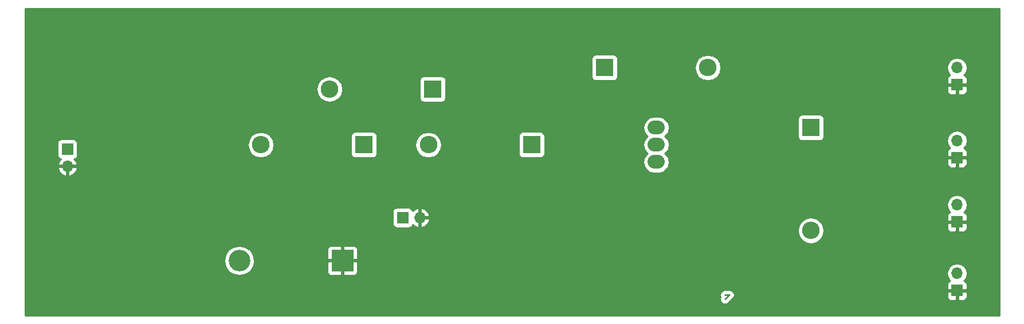
<source format=gbr>
G04 #@! TF.FileFunction,Copper,L2,Bot,Signal*
%FSLAX46Y46*%
G04 Gerber Fmt 4.6, Leading zero omitted, Abs format (unit mm)*
G04 Created by KiCad (PCBNEW 4.0.5) date 02/22/17 18:23:54*
%MOMM*%
%LPD*%
G01*
G04 APERTURE LIST*
%ADD10C,0.127000*%
%ADD11R,1.700000X1.700000*%
%ADD12O,1.700000X1.700000*%
%ADD13R,2.600000X2.600000*%
%ADD14O,2.600000X2.600000*%
%ADD15R,3.200000X3.200000*%
%ADD16O,3.200000X3.200000*%
%ADD17O,2.540000X2.032000*%
%ADD18C,0.600000*%
%ADD19C,0.250000*%
%ADD20C,0.254000*%
G04 APERTURE END LIST*
D10*
D11*
X55880000Y14605000D03*
D12*
X58420000Y14605000D03*
D13*
X60325000Y33655000D03*
D14*
X45085000Y33655000D03*
D13*
X50165000Y25400000D03*
D14*
X34925000Y25400000D03*
D13*
X74930000Y25400000D03*
D14*
X59690000Y25400000D03*
D13*
X85725000Y36830000D03*
D14*
X100965000Y36830000D03*
D13*
X116205000Y27940000D03*
D14*
X116205000Y12700000D03*
D11*
X6350000Y24765000D03*
D12*
X6350000Y22225000D03*
D11*
X137795000Y34290000D03*
D12*
X137795000Y36830000D03*
D11*
X137795000Y23495000D03*
D12*
X137795000Y26035000D03*
D11*
X137795000Y13970000D03*
D12*
X137795000Y16510000D03*
D11*
X137795000Y3810000D03*
D12*
X137795000Y6350000D03*
D15*
X46990000Y8255000D03*
D16*
X31750000Y8255000D03*
D17*
X93345000Y25400000D03*
X93345000Y27940000D03*
X93345000Y22860000D03*
D18*
X12065000Y20955000D03*
X82550000Y11430000D03*
X118110000Y3810000D03*
D19*
X103505000Y3175000D02*
X104140000Y3175000D01*
X104140000Y3175000D02*
X103505000Y2540000D01*
D20*
G36*
X144018000Y127000D02*
X127000Y127000D01*
X127000Y3175000D01*
X102745000Y3175000D01*
X102802852Y2884161D01*
X102820666Y2857500D01*
X102802852Y2830839D01*
X102745000Y2540000D01*
X102802852Y2249161D01*
X102967599Y2002599D01*
X103214161Y1837852D01*
X103505000Y1780000D01*
X103795839Y1837852D01*
X104042401Y2002599D01*
X104677401Y2637599D01*
X104842148Y2884161D01*
X104900000Y3175000D01*
X104842148Y3465840D01*
X104803120Y3524250D01*
X136310000Y3524250D01*
X136310000Y2833690D01*
X136406673Y2600301D01*
X136585302Y2421673D01*
X136818691Y2325000D01*
X137509250Y2325000D01*
X137668000Y2483750D01*
X137668000Y3683000D01*
X137922000Y3683000D01*
X137922000Y2483750D01*
X138080750Y2325000D01*
X138771309Y2325000D01*
X139004698Y2421673D01*
X139183327Y2600301D01*
X139280000Y2833690D01*
X139280000Y3524250D01*
X139121250Y3683000D01*
X137922000Y3683000D01*
X137668000Y3683000D01*
X136468750Y3683000D01*
X136310000Y3524250D01*
X104803120Y3524250D01*
X104677401Y3712401D01*
X104430840Y3877148D01*
X104140000Y3935000D01*
X103505000Y3935000D01*
X103214161Y3877148D01*
X102967599Y3712401D01*
X102802852Y3465839D01*
X102745000Y3175000D01*
X127000Y3175000D01*
X127000Y8255000D01*
X29471214Y8255000D01*
X29641343Y7399703D01*
X30125830Y6674616D01*
X30850917Y6190129D01*
X31706214Y6020000D01*
X31793786Y6020000D01*
X32649083Y6190129D01*
X33374170Y6674616D01*
X33858657Y7399703D01*
X33971946Y7969250D01*
X44755000Y7969250D01*
X44755000Y6528690D01*
X44851673Y6295301D01*
X45030302Y6116673D01*
X45263691Y6020000D01*
X46704250Y6020000D01*
X46863000Y6178750D01*
X46863000Y8128000D01*
X47117000Y8128000D01*
X47117000Y6178750D01*
X47275750Y6020000D01*
X48716309Y6020000D01*
X48949698Y6116673D01*
X49128327Y6295301D01*
X49150984Y6350000D01*
X136280907Y6350000D01*
X136393946Y5781715D01*
X136715853Y5299946D01*
X136759777Y5270597D01*
X136585302Y5198327D01*
X136406673Y5019699D01*
X136310000Y4786310D01*
X136310000Y4095750D01*
X136468750Y3937000D01*
X137668000Y3937000D01*
X137668000Y3957000D01*
X137922000Y3957000D01*
X137922000Y3937000D01*
X139121250Y3937000D01*
X139280000Y4095750D01*
X139280000Y4786310D01*
X139183327Y5019699D01*
X139004698Y5198327D01*
X138830223Y5270597D01*
X138874147Y5299946D01*
X139196054Y5781715D01*
X139309093Y6350000D01*
X139196054Y6918285D01*
X138874147Y7400054D01*
X138392378Y7721961D01*
X137824093Y7835000D01*
X137765907Y7835000D01*
X137197622Y7721961D01*
X136715853Y7400054D01*
X136393946Y6918285D01*
X136280907Y6350000D01*
X49150984Y6350000D01*
X49225000Y6528690D01*
X49225000Y7969250D01*
X49066250Y8128000D01*
X47117000Y8128000D01*
X46863000Y8128000D01*
X44913750Y8128000D01*
X44755000Y7969250D01*
X33971946Y7969250D01*
X34028786Y8255000D01*
X33858657Y9110297D01*
X33374170Y9835384D01*
X33155777Y9981310D01*
X44755000Y9981310D01*
X44755000Y8540750D01*
X44913750Y8382000D01*
X46863000Y8382000D01*
X46863000Y10331250D01*
X47117000Y10331250D01*
X47117000Y8382000D01*
X49066250Y8382000D01*
X49225000Y8540750D01*
X49225000Y9981310D01*
X49128327Y10214699D01*
X48949698Y10393327D01*
X48716309Y10490000D01*
X47275750Y10490000D01*
X47117000Y10331250D01*
X46863000Y10331250D01*
X46704250Y10490000D01*
X45263691Y10490000D01*
X45030302Y10393327D01*
X44851673Y10214699D01*
X44755000Y9981310D01*
X33155777Y9981310D01*
X32649083Y10319871D01*
X31793786Y10490000D01*
X31706214Y10490000D01*
X30850917Y10319871D01*
X30125830Y9835384D01*
X29641343Y9110297D01*
X29471214Y8255000D01*
X127000Y8255000D01*
X127000Y12737909D01*
X114270000Y12737909D01*
X114270000Y12662091D01*
X114417293Y11921599D01*
X114836748Y11293839D01*
X115464508Y10874384D01*
X116205000Y10727091D01*
X116945492Y10874384D01*
X117573252Y11293839D01*
X117992707Y11921599D01*
X118140000Y12662091D01*
X118140000Y12737909D01*
X117992707Y13478401D01*
X117855164Y13684250D01*
X136310000Y13684250D01*
X136310000Y12993690D01*
X136406673Y12760301D01*
X136585302Y12581673D01*
X136818691Y12485000D01*
X137509250Y12485000D01*
X137668000Y12643750D01*
X137668000Y13843000D01*
X137922000Y13843000D01*
X137922000Y12643750D01*
X138080750Y12485000D01*
X138771309Y12485000D01*
X139004698Y12581673D01*
X139183327Y12760301D01*
X139280000Y12993690D01*
X139280000Y13684250D01*
X139121250Y13843000D01*
X137922000Y13843000D01*
X137668000Y13843000D01*
X136468750Y13843000D01*
X136310000Y13684250D01*
X117855164Y13684250D01*
X117573252Y14106161D01*
X116945492Y14525616D01*
X116205000Y14672909D01*
X115464508Y14525616D01*
X114836748Y14106161D01*
X114417293Y13478401D01*
X114270000Y12737909D01*
X127000Y12737909D01*
X127000Y15455000D01*
X54382560Y15455000D01*
X54382560Y13755000D01*
X54426838Y13519683D01*
X54565910Y13303559D01*
X54778110Y13158569D01*
X55030000Y13107560D01*
X56730000Y13107560D01*
X56965317Y13151838D01*
X57181441Y13290910D01*
X57326431Y13503110D01*
X57348301Y13611107D01*
X57653076Y13333355D01*
X58063110Y13163524D01*
X58293000Y13284845D01*
X58293000Y14478000D01*
X58547000Y14478000D01*
X58547000Y13284845D01*
X58776890Y13163524D01*
X59186924Y13333355D01*
X59615183Y13723642D01*
X59861486Y14248108D01*
X59740819Y14478000D01*
X58547000Y14478000D01*
X58293000Y14478000D01*
X58273000Y14478000D01*
X58273000Y14732000D01*
X58293000Y14732000D01*
X58293000Y15925155D01*
X58547000Y15925155D01*
X58547000Y14732000D01*
X59740819Y14732000D01*
X59861486Y14961892D01*
X59615183Y15486358D01*
X59186924Y15876645D01*
X58776890Y16046476D01*
X58547000Y15925155D01*
X58293000Y15925155D01*
X58063110Y16046476D01*
X57653076Y15876645D01*
X57350063Y15600499D01*
X57333162Y15690317D01*
X57194090Y15906441D01*
X56981890Y16051431D01*
X56730000Y16102440D01*
X55030000Y16102440D01*
X54794683Y16058162D01*
X54578559Y15919090D01*
X54433569Y15706890D01*
X54382560Y15455000D01*
X127000Y15455000D01*
X127000Y16510000D01*
X136280907Y16510000D01*
X136393946Y15941715D01*
X136715853Y15459946D01*
X136759777Y15430597D01*
X136585302Y15358327D01*
X136406673Y15179699D01*
X136310000Y14946310D01*
X136310000Y14255750D01*
X136468750Y14097000D01*
X137668000Y14097000D01*
X137668000Y14117000D01*
X137922000Y14117000D01*
X137922000Y14097000D01*
X139121250Y14097000D01*
X139280000Y14255750D01*
X139280000Y14946310D01*
X139183327Y15179699D01*
X139004698Y15358327D01*
X138830223Y15430597D01*
X138874147Y15459946D01*
X139196054Y15941715D01*
X139309093Y16510000D01*
X139196054Y17078285D01*
X138874147Y17560054D01*
X138392378Y17881961D01*
X137824093Y17995000D01*
X137765907Y17995000D01*
X137197622Y17881961D01*
X136715853Y17560054D01*
X136393946Y17078285D01*
X136280907Y16510000D01*
X127000Y16510000D01*
X127000Y21868110D01*
X4908524Y21868110D01*
X5078355Y21458076D01*
X5468642Y21029817D01*
X5993108Y20783514D01*
X6223000Y20904181D01*
X6223000Y22098000D01*
X6477000Y22098000D01*
X6477000Y20904181D01*
X6706892Y20783514D01*
X7231358Y21029817D01*
X7621645Y21458076D01*
X7791476Y21868110D01*
X7670155Y22098000D01*
X6477000Y22098000D01*
X6223000Y22098000D01*
X5029845Y22098000D01*
X4908524Y21868110D01*
X127000Y21868110D01*
X127000Y25615000D01*
X4852560Y25615000D01*
X4852560Y23915000D01*
X4896838Y23679683D01*
X5035910Y23463559D01*
X5248110Y23318569D01*
X5356107Y23296699D01*
X5078355Y22991924D01*
X4908524Y22581890D01*
X5029845Y22352000D01*
X6223000Y22352000D01*
X6223000Y22372000D01*
X6477000Y22372000D01*
X6477000Y22352000D01*
X7670155Y22352000D01*
X7791476Y22581890D01*
X7621645Y22991924D01*
X7345499Y23294937D01*
X7435317Y23311838D01*
X7651441Y23450910D01*
X7796431Y23663110D01*
X7847440Y23915000D01*
X7847440Y25400000D01*
X32952091Y25400000D01*
X33099384Y24659508D01*
X33518839Y24031748D01*
X34146599Y23612293D01*
X34887091Y23465000D01*
X34962909Y23465000D01*
X35703401Y23612293D01*
X36331161Y24031748D01*
X36750616Y24659508D01*
X36897909Y25400000D01*
X36750616Y26140492D01*
X36376766Y26700000D01*
X48217560Y26700000D01*
X48217560Y24100000D01*
X48261838Y23864683D01*
X48400910Y23648559D01*
X48613110Y23503569D01*
X48865000Y23452560D01*
X51465000Y23452560D01*
X51700317Y23496838D01*
X51916441Y23635910D01*
X52061431Y23848110D01*
X52112440Y24100000D01*
X52112440Y25400000D01*
X57717091Y25400000D01*
X57864384Y24659508D01*
X58283839Y24031748D01*
X58911599Y23612293D01*
X59652091Y23465000D01*
X59727909Y23465000D01*
X60468401Y23612293D01*
X61096161Y24031748D01*
X61515616Y24659508D01*
X61662909Y25400000D01*
X61515616Y26140492D01*
X61141766Y26700000D01*
X72982560Y26700000D01*
X72982560Y24100000D01*
X73026838Y23864683D01*
X73165910Y23648559D01*
X73378110Y23503569D01*
X73630000Y23452560D01*
X76230000Y23452560D01*
X76465317Y23496838D01*
X76681441Y23635910D01*
X76826431Y23848110D01*
X76877440Y24100000D01*
X76877440Y26700000D01*
X76833162Y26935317D01*
X76694090Y27151441D01*
X76481890Y27296431D01*
X76230000Y27347440D01*
X73630000Y27347440D01*
X73394683Y27303162D01*
X73178559Y27164090D01*
X73033569Y26951890D01*
X72982560Y26700000D01*
X61141766Y26700000D01*
X61096161Y26768252D01*
X60468401Y27187707D01*
X59727909Y27335000D01*
X59652091Y27335000D01*
X58911599Y27187707D01*
X58283839Y26768252D01*
X57864384Y26140492D01*
X57717091Y25400000D01*
X52112440Y25400000D01*
X52112440Y26700000D01*
X52068162Y26935317D01*
X51929090Y27151441D01*
X51716890Y27296431D01*
X51465000Y27347440D01*
X48865000Y27347440D01*
X48629683Y27303162D01*
X48413559Y27164090D01*
X48268569Y26951890D01*
X48217560Y26700000D01*
X36376766Y26700000D01*
X36331161Y26768252D01*
X35703401Y27187707D01*
X34962909Y27335000D01*
X34887091Y27335000D01*
X34146599Y27187707D01*
X33518839Y26768252D01*
X33099384Y26140492D01*
X32952091Y25400000D01*
X7847440Y25400000D01*
X7847440Y25615000D01*
X7803162Y25850317D01*
X7664090Y26066441D01*
X7451890Y26211431D01*
X7200000Y26262440D01*
X5500000Y26262440D01*
X5264683Y26218162D01*
X5048559Y26079090D01*
X4903569Y25866890D01*
X4852560Y25615000D01*
X127000Y25615000D01*
X127000Y27940000D01*
X91402679Y27940000D01*
X91528354Y27308190D01*
X91886246Y26772567D01*
X92039748Y26670000D01*
X91886246Y26567433D01*
X91528354Y26031810D01*
X91402679Y25400000D01*
X91528354Y24768190D01*
X91886246Y24232567D01*
X92039748Y24130000D01*
X91886246Y24027433D01*
X91528354Y23491810D01*
X91402679Y22860000D01*
X91528354Y22228190D01*
X91886246Y21692567D01*
X92421869Y21334675D01*
X93053679Y21209000D01*
X93636321Y21209000D01*
X94268131Y21334675D01*
X94803754Y21692567D01*
X95161646Y22228190D01*
X95287321Y22860000D01*
X95217851Y23209250D01*
X136310000Y23209250D01*
X136310000Y22518690D01*
X136406673Y22285301D01*
X136585302Y22106673D01*
X136818691Y22010000D01*
X137509250Y22010000D01*
X137668000Y22168750D01*
X137668000Y23368000D01*
X137922000Y23368000D01*
X137922000Y22168750D01*
X138080750Y22010000D01*
X138771309Y22010000D01*
X139004698Y22106673D01*
X139183327Y22285301D01*
X139280000Y22518690D01*
X139280000Y23209250D01*
X139121250Y23368000D01*
X137922000Y23368000D01*
X137668000Y23368000D01*
X136468750Y23368000D01*
X136310000Y23209250D01*
X95217851Y23209250D01*
X95161646Y23491810D01*
X94803754Y24027433D01*
X94650252Y24130000D01*
X94803754Y24232567D01*
X95161646Y24768190D01*
X95287321Y25400000D01*
X95161646Y26031810D01*
X94803754Y26567433D01*
X94650252Y26670000D01*
X94803754Y26772567D01*
X95161646Y27308190D01*
X95287321Y27940000D01*
X95161646Y28571810D01*
X94803754Y29107433D01*
X94605354Y29240000D01*
X114257560Y29240000D01*
X114257560Y26640000D01*
X114301838Y26404683D01*
X114440910Y26188559D01*
X114653110Y26043569D01*
X114905000Y25992560D01*
X117505000Y25992560D01*
X117730548Y26035000D01*
X136280907Y26035000D01*
X136393946Y25466715D01*
X136715853Y24984946D01*
X136759777Y24955597D01*
X136585302Y24883327D01*
X136406673Y24704699D01*
X136310000Y24471310D01*
X136310000Y23780750D01*
X136468750Y23622000D01*
X137668000Y23622000D01*
X137668000Y23642000D01*
X137922000Y23642000D01*
X137922000Y23622000D01*
X139121250Y23622000D01*
X139280000Y23780750D01*
X139280000Y24471310D01*
X139183327Y24704699D01*
X139004698Y24883327D01*
X138830223Y24955597D01*
X138874147Y24984946D01*
X139196054Y25466715D01*
X139309093Y26035000D01*
X139196054Y26603285D01*
X138874147Y27085054D01*
X138392378Y27406961D01*
X137824093Y27520000D01*
X137765907Y27520000D01*
X137197622Y27406961D01*
X136715853Y27085054D01*
X136393946Y26603285D01*
X136280907Y26035000D01*
X117730548Y26035000D01*
X117740317Y26036838D01*
X117956441Y26175910D01*
X118101431Y26388110D01*
X118152440Y26640000D01*
X118152440Y29240000D01*
X118108162Y29475317D01*
X117969090Y29691441D01*
X117756890Y29836431D01*
X117505000Y29887440D01*
X114905000Y29887440D01*
X114669683Y29843162D01*
X114453559Y29704090D01*
X114308569Y29491890D01*
X114257560Y29240000D01*
X94605354Y29240000D01*
X94268131Y29465325D01*
X93636321Y29591000D01*
X93053679Y29591000D01*
X92421869Y29465325D01*
X91886246Y29107433D01*
X91528354Y28571810D01*
X91402679Y27940000D01*
X127000Y27940000D01*
X127000Y33655000D01*
X43112091Y33655000D01*
X43259384Y32914508D01*
X43678839Y32286748D01*
X44306599Y31867293D01*
X45047091Y31720000D01*
X45122909Y31720000D01*
X45863401Y31867293D01*
X46491161Y32286748D01*
X46910616Y32914508D01*
X47057909Y33655000D01*
X46910616Y34395492D01*
X46536766Y34955000D01*
X58377560Y34955000D01*
X58377560Y32355000D01*
X58421838Y32119683D01*
X58560910Y31903559D01*
X58773110Y31758569D01*
X59025000Y31707560D01*
X61625000Y31707560D01*
X61860317Y31751838D01*
X62076441Y31890910D01*
X62221431Y32103110D01*
X62272440Y32355000D01*
X62272440Y34004250D01*
X136310000Y34004250D01*
X136310000Y33313690D01*
X136406673Y33080301D01*
X136585302Y32901673D01*
X136818691Y32805000D01*
X137509250Y32805000D01*
X137668000Y32963750D01*
X137668000Y34163000D01*
X137922000Y34163000D01*
X137922000Y32963750D01*
X138080750Y32805000D01*
X138771309Y32805000D01*
X139004698Y32901673D01*
X139183327Y33080301D01*
X139280000Y33313690D01*
X139280000Y34004250D01*
X139121250Y34163000D01*
X137922000Y34163000D01*
X137668000Y34163000D01*
X136468750Y34163000D01*
X136310000Y34004250D01*
X62272440Y34004250D01*
X62272440Y34955000D01*
X62228162Y35190317D01*
X62089090Y35406441D01*
X61876890Y35551431D01*
X61625000Y35602440D01*
X59025000Y35602440D01*
X58789683Y35558162D01*
X58573559Y35419090D01*
X58428569Y35206890D01*
X58377560Y34955000D01*
X46536766Y34955000D01*
X46491161Y35023252D01*
X45863401Y35442707D01*
X45122909Y35590000D01*
X45047091Y35590000D01*
X44306599Y35442707D01*
X43678839Y35023252D01*
X43259384Y34395492D01*
X43112091Y33655000D01*
X127000Y33655000D01*
X127000Y38130000D01*
X83777560Y38130000D01*
X83777560Y35530000D01*
X83821838Y35294683D01*
X83960910Y35078559D01*
X84173110Y34933569D01*
X84425000Y34882560D01*
X87025000Y34882560D01*
X87260317Y34926838D01*
X87476441Y35065910D01*
X87621431Y35278110D01*
X87672440Y35530000D01*
X87672440Y36830000D01*
X98992091Y36830000D01*
X99139384Y36089508D01*
X99558839Y35461748D01*
X100186599Y35042293D01*
X100927091Y34895000D01*
X101002909Y34895000D01*
X101743401Y35042293D01*
X102371161Y35461748D01*
X102790616Y36089508D01*
X102937909Y36830000D01*
X136280907Y36830000D01*
X136393946Y36261715D01*
X136715853Y35779946D01*
X136759777Y35750597D01*
X136585302Y35678327D01*
X136406673Y35499699D01*
X136310000Y35266310D01*
X136310000Y34575750D01*
X136468750Y34417000D01*
X137668000Y34417000D01*
X137668000Y34437000D01*
X137922000Y34437000D01*
X137922000Y34417000D01*
X139121250Y34417000D01*
X139280000Y34575750D01*
X139280000Y35266310D01*
X139183327Y35499699D01*
X139004698Y35678327D01*
X138830223Y35750597D01*
X138874147Y35779946D01*
X139196054Y36261715D01*
X139309093Y36830000D01*
X139196054Y37398285D01*
X138874147Y37880054D01*
X138392378Y38201961D01*
X137824093Y38315000D01*
X137765907Y38315000D01*
X137197622Y38201961D01*
X136715853Y37880054D01*
X136393946Y37398285D01*
X136280907Y36830000D01*
X102937909Y36830000D01*
X102790616Y37570492D01*
X102371161Y38198252D01*
X101743401Y38617707D01*
X101002909Y38765000D01*
X100927091Y38765000D01*
X100186599Y38617707D01*
X99558839Y38198252D01*
X99139384Y37570492D01*
X98992091Y36830000D01*
X87672440Y36830000D01*
X87672440Y38130000D01*
X87628162Y38365317D01*
X87489090Y38581441D01*
X87276890Y38726431D01*
X87025000Y38777440D01*
X84425000Y38777440D01*
X84189683Y38733162D01*
X83973559Y38594090D01*
X83828569Y38381890D01*
X83777560Y38130000D01*
X127000Y38130000D01*
X127000Y45593000D01*
X144018000Y45593000D01*
X144018000Y127000D01*
X144018000Y127000D01*
G37*
X144018000Y127000D02*
X127000Y127000D01*
X127000Y3175000D01*
X102745000Y3175000D01*
X102802852Y2884161D01*
X102820666Y2857500D01*
X102802852Y2830839D01*
X102745000Y2540000D01*
X102802852Y2249161D01*
X102967599Y2002599D01*
X103214161Y1837852D01*
X103505000Y1780000D01*
X103795839Y1837852D01*
X104042401Y2002599D01*
X104677401Y2637599D01*
X104842148Y2884161D01*
X104900000Y3175000D01*
X104842148Y3465840D01*
X104803120Y3524250D01*
X136310000Y3524250D01*
X136310000Y2833690D01*
X136406673Y2600301D01*
X136585302Y2421673D01*
X136818691Y2325000D01*
X137509250Y2325000D01*
X137668000Y2483750D01*
X137668000Y3683000D01*
X137922000Y3683000D01*
X137922000Y2483750D01*
X138080750Y2325000D01*
X138771309Y2325000D01*
X139004698Y2421673D01*
X139183327Y2600301D01*
X139280000Y2833690D01*
X139280000Y3524250D01*
X139121250Y3683000D01*
X137922000Y3683000D01*
X137668000Y3683000D01*
X136468750Y3683000D01*
X136310000Y3524250D01*
X104803120Y3524250D01*
X104677401Y3712401D01*
X104430840Y3877148D01*
X104140000Y3935000D01*
X103505000Y3935000D01*
X103214161Y3877148D01*
X102967599Y3712401D01*
X102802852Y3465839D01*
X102745000Y3175000D01*
X127000Y3175000D01*
X127000Y8255000D01*
X29471214Y8255000D01*
X29641343Y7399703D01*
X30125830Y6674616D01*
X30850917Y6190129D01*
X31706214Y6020000D01*
X31793786Y6020000D01*
X32649083Y6190129D01*
X33374170Y6674616D01*
X33858657Y7399703D01*
X33971946Y7969250D01*
X44755000Y7969250D01*
X44755000Y6528690D01*
X44851673Y6295301D01*
X45030302Y6116673D01*
X45263691Y6020000D01*
X46704250Y6020000D01*
X46863000Y6178750D01*
X46863000Y8128000D01*
X47117000Y8128000D01*
X47117000Y6178750D01*
X47275750Y6020000D01*
X48716309Y6020000D01*
X48949698Y6116673D01*
X49128327Y6295301D01*
X49150984Y6350000D01*
X136280907Y6350000D01*
X136393946Y5781715D01*
X136715853Y5299946D01*
X136759777Y5270597D01*
X136585302Y5198327D01*
X136406673Y5019699D01*
X136310000Y4786310D01*
X136310000Y4095750D01*
X136468750Y3937000D01*
X137668000Y3937000D01*
X137668000Y3957000D01*
X137922000Y3957000D01*
X137922000Y3937000D01*
X139121250Y3937000D01*
X139280000Y4095750D01*
X139280000Y4786310D01*
X139183327Y5019699D01*
X139004698Y5198327D01*
X138830223Y5270597D01*
X138874147Y5299946D01*
X139196054Y5781715D01*
X139309093Y6350000D01*
X139196054Y6918285D01*
X138874147Y7400054D01*
X138392378Y7721961D01*
X137824093Y7835000D01*
X137765907Y7835000D01*
X137197622Y7721961D01*
X136715853Y7400054D01*
X136393946Y6918285D01*
X136280907Y6350000D01*
X49150984Y6350000D01*
X49225000Y6528690D01*
X49225000Y7969250D01*
X49066250Y8128000D01*
X47117000Y8128000D01*
X46863000Y8128000D01*
X44913750Y8128000D01*
X44755000Y7969250D01*
X33971946Y7969250D01*
X34028786Y8255000D01*
X33858657Y9110297D01*
X33374170Y9835384D01*
X33155777Y9981310D01*
X44755000Y9981310D01*
X44755000Y8540750D01*
X44913750Y8382000D01*
X46863000Y8382000D01*
X46863000Y10331250D01*
X47117000Y10331250D01*
X47117000Y8382000D01*
X49066250Y8382000D01*
X49225000Y8540750D01*
X49225000Y9981310D01*
X49128327Y10214699D01*
X48949698Y10393327D01*
X48716309Y10490000D01*
X47275750Y10490000D01*
X47117000Y10331250D01*
X46863000Y10331250D01*
X46704250Y10490000D01*
X45263691Y10490000D01*
X45030302Y10393327D01*
X44851673Y10214699D01*
X44755000Y9981310D01*
X33155777Y9981310D01*
X32649083Y10319871D01*
X31793786Y10490000D01*
X31706214Y10490000D01*
X30850917Y10319871D01*
X30125830Y9835384D01*
X29641343Y9110297D01*
X29471214Y8255000D01*
X127000Y8255000D01*
X127000Y12737909D01*
X114270000Y12737909D01*
X114270000Y12662091D01*
X114417293Y11921599D01*
X114836748Y11293839D01*
X115464508Y10874384D01*
X116205000Y10727091D01*
X116945492Y10874384D01*
X117573252Y11293839D01*
X117992707Y11921599D01*
X118140000Y12662091D01*
X118140000Y12737909D01*
X117992707Y13478401D01*
X117855164Y13684250D01*
X136310000Y13684250D01*
X136310000Y12993690D01*
X136406673Y12760301D01*
X136585302Y12581673D01*
X136818691Y12485000D01*
X137509250Y12485000D01*
X137668000Y12643750D01*
X137668000Y13843000D01*
X137922000Y13843000D01*
X137922000Y12643750D01*
X138080750Y12485000D01*
X138771309Y12485000D01*
X139004698Y12581673D01*
X139183327Y12760301D01*
X139280000Y12993690D01*
X139280000Y13684250D01*
X139121250Y13843000D01*
X137922000Y13843000D01*
X137668000Y13843000D01*
X136468750Y13843000D01*
X136310000Y13684250D01*
X117855164Y13684250D01*
X117573252Y14106161D01*
X116945492Y14525616D01*
X116205000Y14672909D01*
X115464508Y14525616D01*
X114836748Y14106161D01*
X114417293Y13478401D01*
X114270000Y12737909D01*
X127000Y12737909D01*
X127000Y15455000D01*
X54382560Y15455000D01*
X54382560Y13755000D01*
X54426838Y13519683D01*
X54565910Y13303559D01*
X54778110Y13158569D01*
X55030000Y13107560D01*
X56730000Y13107560D01*
X56965317Y13151838D01*
X57181441Y13290910D01*
X57326431Y13503110D01*
X57348301Y13611107D01*
X57653076Y13333355D01*
X58063110Y13163524D01*
X58293000Y13284845D01*
X58293000Y14478000D01*
X58547000Y14478000D01*
X58547000Y13284845D01*
X58776890Y13163524D01*
X59186924Y13333355D01*
X59615183Y13723642D01*
X59861486Y14248108D01*
X59740819Y14478000D01*
X58547000Y14478000D01*
X58293000Y14478000D01*
X58273000Y14478000D01*
X58273000Y14732000D01*
X58293000Y14732000D01*
X58293000Y15925155D01*
X58547000Y15925155D01*
X58547000Y14732000D01*
X59740819Y14732000D01*
X59861486Y14961892D01*
X59615183Y15486358D01*
X59186924Y15876645D01*
X58776890Y16046476D01*
X58547000Y15925155D01*
X58293000Y15925155D01*
X58063110Y16046476D01*
X57653076Y15876645D01*
X57350063Y15600499D01*
X57333162Y15690317D01*
X57194090Y15906441D01*
X56981890Y16051431D01*
X56730000Y16102440D01*
X55030000Y16102440D01*
X54794683Y16058162D01*
X54578559Y15919090D01*
X54433569Y15706890D01*
X54382560Y15455000D01*
X127000Y15455000D01*
X127000Y16510000D01*
X136280907Y16510000D01*
X136393946Y15941715D01*
X136715853Y15459946D01*
X136759777Y15430597D01*
X136585302Y15358327D01*
X136406673Y15179699D01*
X136310000Y14946310D01*
X136310000Y14255750D01*
X136468750Y14097000D01*
X137668000Y14097000D01*
X137668000Y14117000D01*
X137922000Y14117000D01*
X137922000Y14097000D01*
X139121250Y14097000D01*
X139280000Y14255750D01*
X139280000Y14946310D01*
X139183327Y15179699D01*
X139004698Y15358327D01*
X138830223Y15430597D01*
X138874147Y15459946D01*
X139196054Y15941715D01*
X139309093Y16510000D01*
X139196054Y17078285D01*
X138874147Y17560054D01*
X138392378Y17881961D01*
X137824093Y17995000D01*
X137765907Y17995000D01*
X137197622Y17881961D01*
X136715853Y17560054D01*
X136393946Y17078285D01*
X136280907Y16510000D01*
X127000Y16510000D01*
X127000Y21868110D01*
X4908524Y21868110D01*
X5078355Y21458076D01*
X5468642Y21029817D01*
X5993108Y20783514D01*
X6223000Y20904181D01*
X6223000Y22098000D01*
X6477000Y22098000D01*
X6477000Y20904181D01*
X6706892Y20783514D01*
X7231358Y21029817D01*
X7621645Y21458076D01*
X7791476Y21868110D01*
X7670155Y22098000D01*
X6477000Y22098000D01*
X6223000Y22098000D01*
X5029845Y22098000D01*
X4908524Y21868110D01*
X127000Y21868110D01*
X127000Y25615000D01*
X4852560Y25615000D01*
X4852560Y23915000D01*
X4896838Y23679683D01*
X5035910Y23463559D01*
X5248110Y23318569D01*
X5356107Y23296699D01*
X5078355Y22991924D01*
X4908524Y22581890D01*
X5029845Y22352000D01*
X6223000Y22352000D01*
X6223000Y22372000D01*
X6477000Y22372000D01*
X6477000Y22352000D01*
X7670155Y22352000D01*
X7791476Y22581890D01*
X7621645Y22991924D01*
X7345499Y23294937D01*
X7435317Y23311838D01*
X7651441Y23450910D01*
X7796431Y23663110D01*
X7847440Y23915000D01*
X7847440Y25400000D01*
X32952091Y25400000D01*
X33099384Y24659508D01*
X33518839Y24031748D01*
X34146599Y23612293D01*
X34887091Y23465000D01*
X34962909Y23465000D01*
X35703401Y23612293D01*
X36331161Y24031748D01*
X36750616Y24659508D01*
X36897909Y25400000D01*
X36750616Y26140492D01*
X36376766Y26700000D01*
X48217560Y26700000D01*
X48217560Y24100000D01*
X48261838Y23864683D01*
X48400910Y23648559D01*
X48613110Y23503569D01*
X48865000Y23452560D01*
X51465000Y23452560D01*
X51700317Y23496838D01*
X51916441Y23635910D01*
X52061431Y23848110D01*
X52112440Y24100000D01*
X52112440Y25400000D01*
X57717091Y25400000D01*
X57864384Y24659508D01*
X58283839Y24031748D01*
X58911599Y23612293D01*
X59652091Y23465000D01*
X59727909Y23465000D01*
X60468401Y23612293D01*
X61096161Y24031748D01*
X61515616Y24659508D01*
X61662909Y25400000D01*
X61515616Y26140492D01*
X61141766Y26700000D01*
X72982560Y26700000D01*
X72982560Y24100000D01*
X73026838Y23864683D01*
X73165910Y23648559D01*
X73378110Y23503569D01*
X73630000Y23452560D01*
X76230000Y23452560D01*
X76465317Y23496838D01*
X76681441Y23635910D01*
X76826431Y23848110D01*
X76877440Y24100000D01*
X76877440Y26700000D01*
X76833162Y26935317D01*
X76694090Y27151441D01*
X76481890Y27296431D01*
X76230000Y27347440D01*
X73630000Y27347440D01*
X73394683Y27303162D01*
X73178559Y27164090D01*
X73033569Y26951890D01*
X72982560Y26700000D01*
X61141766Y26700000D01*
X61096161Y26768252D01*
X60468401Y27187707D01*
X59727909Y27335000D01*
X59652091Y27335000D01*
X58911599Y27187707D01*
X58283839Y26768252D01*
X57864384Y26140492D01*
X57717091Y25400000D01*
X52112440Y25400000D01*
X52112440Y26700000D01*
X52068162Y26935317D01*
X51929090Y27151441D01*
X51716890Y27296431D01*
X51465000Y27347440D01*
X48865000Y27347440D01*
X48629683Y27303162D01*
X48413559Y27164090D01*
X48268569Y26951890D01*
X48217560Y26700000D01*
X36376766Y26700000D01*
X36331161Y26768252D01*
X35703401Y27187707D01*
X34962909Y27335000D01*
X34887091Y27335000D01*
X34146599Y27187707D01*
X33518839Y26768252D01*
X33099384Y26140492D01*
X32952091Y25400000D01*
X7847440Y25400000D01*
X7847440Y25615000D01*
X7803162Y25850317D01*
X7664090Y26066441D01*
X7451890Y26211431D01*
X7200000Y26262440D01*
X5500000Y26262440D01*
X5264683Y26218162D01*
X5048559Y26079090D01*
X4903569Y25866890D01*
X4852560Y25615000D01*
X127000Y25615000D01*
X127000Y27940000D01*
X91402679Y27940000D01*
X91528354Y27308190D01*
X91886246Y26772567D01*
X92039748Y26670000D01*
X91886246Y26567433D01*
X91528354Y26031810D01*
X91402679Y25400000D01*
X91528354Y24768190D01*
X91886246Y24232567D01*
X92039748Y24130000D01*
X91886246Y24027433D01*
X91528354Y23491810D01*
X91402679Y22860000D01*
X91528354Y22228190D01*
X91886246Y21692567D01*
X92421869Y21334675D01*
X93053679Y21209000D01*
X93636321Y21209000D01*
X94268131Y21334675D01*
X94803754Y21692567D01*
X95161646Y22228190D01*
X95287321Y22860000D01*
X95217851Y23209250D01*
X136310000Y23209250D01*
X136310000Y22518690D01*
X136406673Y22285301D01*
X136585302Y22106673D01*
X136818691Y22010000D01*
X137509250Y22010000D01*
X137668000Y22168750D01*
X137668000Y23368000D01*
X137922000Y23368000D01*
X137922000Y22168750D01*
X138080750Y22010000D01*
X138771309Y22010000D01*
X139004698Y22106673D01*
X139183327Y22285301D01*
X139280000Y22518690D01*
X139280000Y23209250D01*
X139121250Y23368000D01*
X137922000Y23368000D01*
X137668000Y23368000D01*
X136468750Y23368000D01*
X136310000Y23209250D01*
X95217851Y23209250D01*
X95161646Y23491810D01*
X94803754Y24027433D01*
X94650252Y24130000D01*
X94803754Y24232567D01*
X95161646Y24768190D01*
X95287321Y25400000D01*
X95161646Y26031810D01*
X94803754Y26567433D01*
X94650252Y26670000D01*
X94803754Y26772567D01*
X95161646Y27308190D01*
X95287321Y27940000D01*
X95161646Y28571810D01*
X94803754Y29107433D01*
X94605354Y29240000D01*
X114257560Y29240000D01*
X114257560Y26640000D01*
X114301838Y26404683D01*
X114440910Y26188559D01*
X114653110Y26043569D01*
X114905000Y25992560D01*
X117505000Y25992560D01*
X117730548Y26035000D01*
X136280907Y26035000D01*
X136393946Y25466715D01*
X136715853Y24984946D01*
X136759777Y24955597D01*
X136585302Y24883327D01*
X136406673Y24704699D01*
X136310000Y24471310D01*
X136310000Y23780750D01*
X136468750Y23622000D01*
X137668000Y23622000D01*
X137668000Y23642000D01*
X137922000Y23642000D01*
X137922000Y23622000D01*
X139121250Y23622000D01*
X139280000Y23780750D01*
X139280000Y24471310D01*
X139183327Y24704699D01*
X139004698Y24883327D01*
X138830223Y24955597D01*
X138874147Y24984946D01*
X139196054Y25466715D01*
X139309093Y26035000D01*
X139196054Y26603285D01*
X138874147Y27085054D01*
X138392378Y27406961D01*
X137824093Y27520000D01*
X137765907Y27520000D01*
X137197622Y27406961D01*
X136715853Y27085054D01*
X136393946Y26603285D01*
X136280907Y26035000D01*
X117730548Y26035000D01*
X117740317Y26036838D01*
X117956441Y26175910D01*
X118101431Y26388110D01*
X118152440Y26640000D01*
X118152440Y29240000D01*
X118108162Y29475317D01*
X117969090Y29691441D01*
X117756890Y29836431D01*
X117505000Y29887440D01*
X114905000Y29887440D01*
X114669683Y29843162D01*
X114453559Y29704090D01*
X114308569Y29491890D01*
X114257560Y29240000D01*
X94605354Y29240000D01*
X94268131Y29465325D01*
X93636321Y29591000D01*
X93053679Y29591000D01*
X92421869Y29465325D01*
X91886246Y29107433D01*
X91528354Y28571810D01*
X91402679Y27940000D01*
X127000Y27940000D01*
X127000Y33655000D01*
X43112091Y33655000D01*
X43259384Y32914508D01*
X43678839Y32286748D01*
X44306599Y31867293D01*
X45047091Y31720000D01*
X45122909Y31720000D01*
X45863401Y31867293D01*
X46491161Y32286748D01*
X46910616Y32914508D01*
X47057909Y33655000D01*
X46910616Y34395492D01*
X46536766Y34955000D01*
X58377560Y34955000D01*
X58377560Y32355000D01*
X58421838Y32119683D01*
X58560910Y31903559D01*
X58773110Y31758569D01*
X59025000Y31707560D01*
X61625000Y31707560D01*
X61860317Y31751838D01*
X62076441Y31890910D01*
X62221431Y32103110D01*
X62272440Y32355000D01*
X62272440Y34004250D01*
X136310000Y34004250D01*
X136310000Y33313690D01*
X136406673Y33080301D01*
X136585302Y32901673D01*
X136818691Y32805000D01*
X137509250Y32805000D01*
X137668000Y32963750D01*
X137668000Y34163000D01*
X137922000Y34163000D01*
X137922000Y32963750D01*
X138080750Y32805000D01*
X138771309Y32805000D01*
X139004698Y32901673D01*
X139183327Y33080301D01*
X139280000Y33313690D01*
X139280000Y34004250D01*
X139121250Y34163000D01*
X137922000Y34163000D01*
X137668000Y34163000D01*
X136468750Y34163000D01*
X136310000Y34004250D01*
X62272440Y34004250D01*
X62272440Y34955000D01*
X62228162Y35190317D01*
X62089090Y35406441D01*
X61876890Y35551431D01*
X61625000Y35602440D01*
X59025000Y35602440D01*
X58789683Y35558162D01*
X58573559Y35419090D01*
X58428569Y35206890D01*
X58377560Y34955000D01*
X46536766Y34955000D01*
X46491161Y35023252D01*
X45863401Y35442707D01*
X45122909Y35590000D01*
X45047091Y35590000D01*
X44306599Y35442707D01*
X43678839Y35023252D01*
X43259384Y34395492D01*
X43112091Y33655000D01*
X127000Y33655000D01*
X127000Y38130000D01*
X83777560Y38130000D01*
X83777560Y35530000D01*
X83821838Y35294683D01*
X83960910Y35078559D01*
X84173110Y34933569D01*
X84425000Y34882560D01*
X87025000Y34882560D01*
X87260317Y34926838D01*
X87476441Y35065910D01*
X87621431Y35278110D01*
X87672440Y35530000D01*
X87672440Y36830000D01*
X98992091Y36830000D01*
X99139384Y36089508D01*
X99558839Y35461748D01*
X100186599Y35042293D01*
X100927091Y34895000D01*
X101002909Y34895000D01*
X101743401Y35042293D01*
X102371161Y35461748D01*
X102790616Y36089508D01*
X102937909Y36830000D01*
X136280907Y36830000D01*
X136393946Y36261715D01*
X136715853Y35779946D01*
X136759777Y35750597D01*
X136585302Y35678327D01*
X136406673Y35499699D01*
X136310000Y35266310D01*
X136310000Y34575750D01*
X136468750Y34417000D01*
X137668000Y34417000D01*
X137668000Y34437000D01*
X137922000Y34437000D01*
X137922000Y34417000D01*
X139121250Y34417000D01*
X139280000Y34575750D01*
X139280000Y35266310D01*
X139183327Y35499699D01*
X139004698Y35678327D01*
X138830223Y35750597D01*
X138874147Y35779946D01*
X139196054Y36261715D01*
X139309093Y36830000D01*
X139196054Y37398285D01*
X138874147Y37880054D01*
X138392378Y38201961D01*
X137824093Y38315000D01*
X137765907Y38315000D01*
X137197622Y38201961D01*
X136715853Y37880054D01*
X136393946Y37398285D01*
X136280907Y36830000D01*
X102937909Y36830000D01*
X102790616Y37570492D01*
X102371161Y38198252D01*
X101743401Y38617707D01*
X101002909Y38765000D01*
X100927091Y38765000D01*
X100186599Y38617707D01*
X99558839Y38198252D01*
X99139384Y37570492D01*
X98992091Y36830000D01*
X87672440Y36830000D01*
X87672440Y38130000D01*
X87628162Y38365317D01*
X87489090Y38581441D01*
X87276890Y38726431D01*
X87025000Y38777440D01*
X84425000Y38777440D01*
X84189683Y38733162D01*
X83973559Y38594090D01*
X83828569Y38381890D01*
X83777560Y38130000D01*
X127000Y38130000D01*
X127000Y45593000D01*
X144018000Y45593000D01*
X144018000Y127000D01*
M02*

</source>
